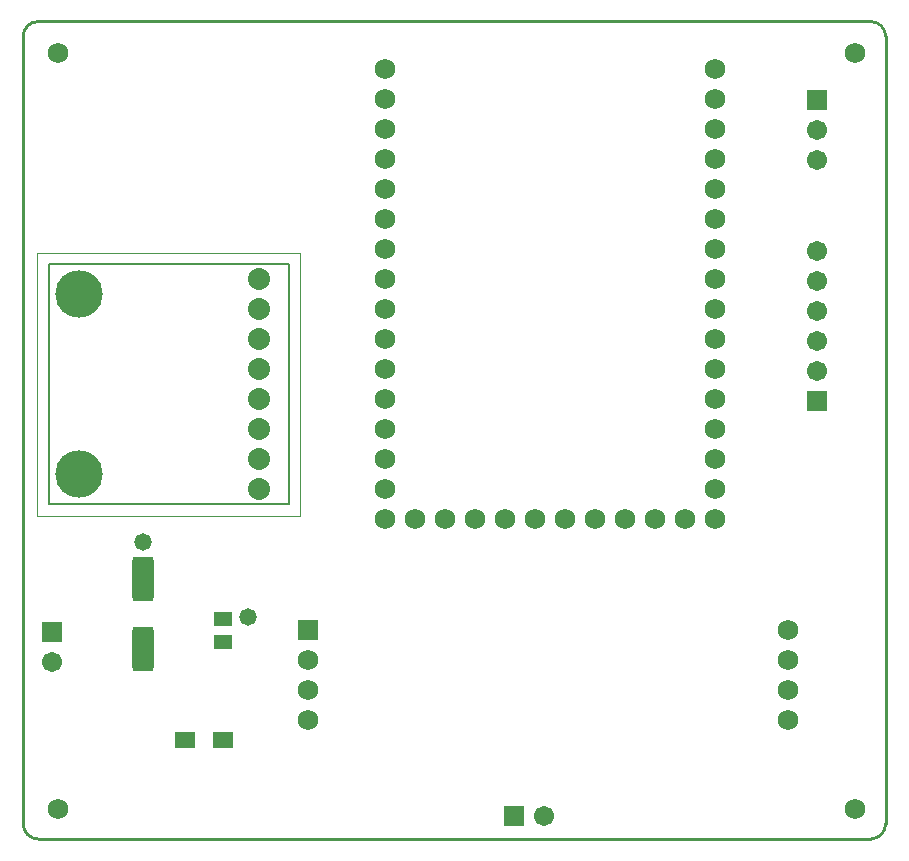
<source format=gts>
G04 Layer_Color=8388736*
%FSLAX25Y25*%
%MOIN*%
G70*
G01*
G75*
%ADD14C,0.01000*%
%ADD15C,0.00787*%
%ADD16C,0.00394*%
%ADD26R,0.07099X0.05524*%
G04:AMPARAMS|DCode=27|XSize=149.73mil|YSize=70.99mil|CornerRadius=11.87mil|HoleSize=0mil|Usage=FLASHONLY|Rotation=270.000|XOffset=0mil|YOffset=0mil|HoleType=Round|Shape=RoundedRectangle|*
%AMROUNDEDRECTD27*
21,1,0.14973,0.04724,0,0,270.0*
21,1,0.12598,0.07099,0,0,270.0*
1,1,0.02375,-0.02362,-0.06299*
1,1,0.02375,-0.02362,0.06299*
1,1,0.02375,0.02362,0.06299*
1,1,0.02375,0.02362,-0.06299*
%
%ADD27ROUNDEDRECTD27*%
%ADD28R,0.06312X0.05131*%
%ADD29R,0.06706X0.06706*%
%ADD30C,0.06706*%
%ADD31C,0.06800*%
%ADD32R,0.06706X0.06706*%
%ADD33C,0.15800*%
%ADD34C,0.07355*%
%ADD35R,0.06800X0.06800*%
%ADD36C,0.05800*%
D14*
X143000Y392500D02*
G03*
X138000Y387500I0J-5000D01*
G01*
Y125000D02*
G03*
X143000Y120000I5000J0D01*
G01*
X420500D02*
G03*
X425500Y125000I0J5000D01*
G01*
Y387500D02*
G03*
X420500Y392500I-5000J0D01*
G01*
X143000D02*
X305000D01*
X138000Y125000D02*
Y387500D01*
X143000Y120000D02*
X420500D01*
X425500Y125000D02*
Y387500D01*
X305000Y392500D02*
X420500D01*
D15*
X146500Y231500D02*
X226500D01*
Y311500D01*
X146500D02*
X226500D01*
X146500Y231500D02*
Y311500D01*
D16*
X142563Y227563D02*
X230437D01*
Y315437D01*
X142563D02*
X230437D01*
X142563Y227563D02*
Y315437D01*
D26*
X204691Y153000D02*
D03*
X192092D02*
D03*
D27*
X178000Y206614D02*
D03*
Y183386D02*
D03*
D28*
X204500Y193437D02*
D03*
Y185563D02*
D03*
D29*
X301500Y127500D02*
D03*
D30*
X311500D02*
D03*
X402500Y356453D02*
D03*
Y346453D02*
D03*
Y276000D02*
D03*
Y286000D02*
D03*
Y296000D02*
D03*
Y306000D02*
D03*
Y316000D02*
D03*
X147760Y179000D02*
D03*
D31*
X415354Y129921D02*
D03*
X149606D02*
D03*
X415354Y381890D02*
D03*
X149606D02*
D03*
X258500Y226500D02*
D03*
Y236500D02*
D03*
Y246500D02*
D03*
Y256500D02*
D03*
Y266500D02*
D03*
Y276500D02*
D03*
Y286500D02*
D03*
Y296500D02*
D03*
Y306500D02*
D03*
Y316500D02*
D03*
Y326500D02*
D03*
Y336500D02*
D03*
Y346500D02*
D03*
Y356500D02*
D03*
Y366500D02*
D03*
Y376500D02*
D03*
X268500Y226500D02*
D03*
X278500D02*
D03*
X288500D02*
D03*
X298500D02*
D03*
X308500D02*
D03*
X318500D02*
D03*
X328500D02*
D03*
X338500D02*
D03*
X348500D02*
D03*
X358500D02*
D03*
X368500D02*
D03*
Y236500D02*
D03*
Y246500D02*
D03*
Y256500D02*
D03*
Y266500D02*
D03*
Y276500D02*
D03*
Y286500D02*
D03*
Y296500D02*
D03*
Y306500D02*
D03*
Y316500D02*
D03*
Y326500D02*
D03*
Y336500D02*
D03*
Y346500D02*
D03*
Y356500D02*
D03*
Y366500D02*
D03*
Y376500D02*
D03*
X233000Y179500D02*
D03*
Y169500D02*
D03*
Y159500D02*
D03*
X393000D02*
D03*
Y169500D02*
D03*
Y179500D02*
D03*
Y189500D02*
D03*
D32*
X402500Y366453D02*
D03*
Y266000D02*
D03*
X147760Y189000D02*
D03*
D33*
X156500Y301500D02*
D03*
Y241500D02*
D03*
D34*
X216500Y306500D02*
D03*
Y296500D02*
D03*
Y286500D02*
D03*
Y276500D02*
D03*
Y266500D02*
D03*
Y256500D02*
D03*
Y246500D02*
D03*
Y236500D02*
D03*
D35*
X233000Y189500D02*
D03*
D36*
X213000Y194000D02*
D03*
X178000Y219000D02*
D03*
M02*

</source>
